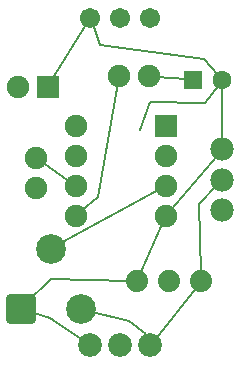
<source format=gtl>
G04 MADE WITH FRITZING*
G04 WWW.FRITZING.ORG*
G04 DOUBLE SIDED*
G04 HOLES PLATED*
G04 CONTOUR ON CENTER OF CONTOUR VECTOR*
%ASAXBY*%
%FSLAX23Y23*%
%MOIN*%
%OFA0B0*%
%SFA1.0B1.0*%
%ADD10C,0.074000*%
%ADD11C,0.078000*%
%ADD12C,0.075000*%
%ADD13C,0.099000*%
%ADD14C,0.062992*%
%ADD15C,0.067559*%
%ADD16C,0.079370*%
%ADD17R,0.075000X0.075000*%
%ADD18R,0.062992X0.062992*%
%ADD19C,0.008000*%
%ADD20C,0.029000*%
%LNCOPPER1*%
G90*
G70*
G54D10*
X670Y344D03*
X563Y344D03*
X456Y344D03*
X670Y344D03*
X563Y344D03*
X456Y344D03*
G54D11*
X740Y580D03*
X740Y781D03*
X740Y680D03*
G54D12*
X552Y860D03*
X252Y860D03*
X552Y760D03*
X252Y760D03*
X552Y660D03*
X252Y660D03*
X552Y560D03*
X252Y560D03*
X552Y860D03*
X252Y860D03*
X552Y760D03*
X252Y760D03*
X552Y660D03*
X252Y660D03*
X552Y560D03*
X252Y560D03*
G54D13*
X267Y250D03*
X67Y250D03*
X167Y450D03*
G54D12*
X118Y651D03*
X118Y751D03*
X118Y651D03*
X118Y751D03*
X496Y1026D03*
X396Y1026D03*
X496Y1026D03*
X396Y1026D03*
X158Y990D03*
X58Y990D03*
X158Y990D03*
X58Y990D03*
G54D14*
X642Y1013D03*
X740Y1013D03*
G54D15*
X500Y1218D03*
X400Y1218D03*
X300Y1218D03*
G54D16*
X500Y128D03*
X400Y128D03*
X300Y128D03*
G54D17*
X552Y860D03*
X552Y860D03*
X158Y990D03*
X158Y990D03*
G54D18*
X642Y1013D03*
G54D19*
X723Y663D02*
X661Y600D01*
D02*
X740Y806D02*
X740Y992D01*
D02*
X661Y600D02*
X669Y370D01*
D02*
X566Y577D02*
X725Y762D01*
D02*
X519Y1024D02*
X621Y1015D01*
D02*
X233Y673D02*
X137Y738D01*
D02*
X531Y649D02*
X190Y462D01*
D02*
X392Y1003D02*
X326Y624D01*
D02*
X516Y147D02*
X654Y324D01*
D02*
X326Y624D02*
X269Y575D01*
D02*
X485Y166D02*
X491Y151D01*
D02*
X293Y243D02*
X429Y210D01*
D02*
X429Y210D02*
X485Y166D01*
D02*
X466Y367D02*
X542Y539D01*
D02*
X728Y996D02*
X681Y935D01*
D02*
X497Y938D02*
X465Y846D01*
D02*
X681Y935D02*
X497Y938D01*
D02*
X331Y1128D02*
X678Y1084D01*
D02*
X307Y1200D02*
X331Y1128D01*
D02*
X678Y1084D02*
X726Y1029D01*
D02*
X170Y1009D02*
X290Y1202D01*
D02*
X169Y349D02*
X86Y268D01*
D02*
X430Y344D02*
X169Y349D01*
D02*
X165Y218D02*
X279Y142D01*
D02*
X92Y242D02*
X165Y218D01*
G54D20*
X32Y285D02*
X102Y285D01*
X102Y215D01*
X32Y215D01*
X32Y285D01*
D02*
G04 End of Copper1*
M02*
</source>
